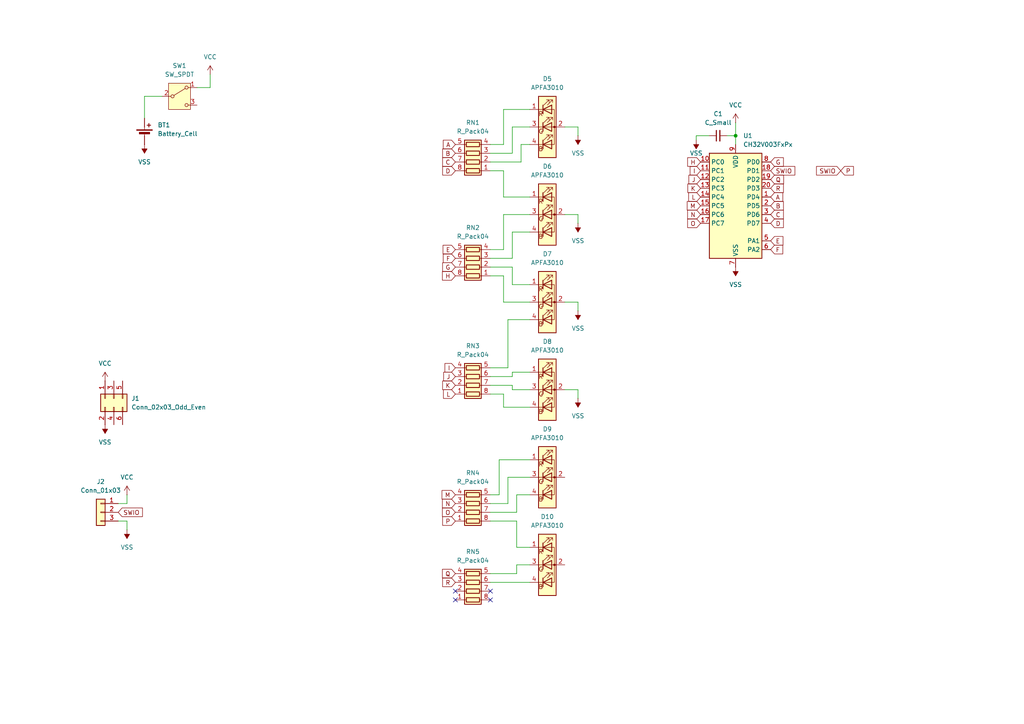
<source format=kicad_sch>
(kicad_sch (version 20231120) (generator "eeschema") (generator_version "8.0")
  (paper "A4")
  (lib_symbols
    (symbol "Connector_Generic:Conn_01x03" (pin_names (offset 1.016) hide)
      (property "Reference" "J" (at 0 5.08 0))
      (property "Value" "Conn_01x03" (at 0 -5.08 0))
      (symbol "Conn_01x03_1_1"
        (rectangle (start -1.27 -2.413) (end 0 -2.667) (stroke (width 0.1524)))
        (rectangle (start -1.27 0.127) (end 0 -0.127) (stroke (width 0.1524)))
        (rectangle (start -1.27 2.667) (end 0 2.413) (stroke (width 0.1524)))
        (rectangle (start -1.27 3.81) (end 1.27 -3.81) (stroke (width 0.254)) (fill (type background)))
        (pin passive line (at -5.08 2.54 0) (length 3.81) (name "Pin_1") (number "1"))
        (pin passive line (at -5.08 0 0) (length 3.81) (name "Pin_2") (number "2"))
        (pin passive line (at -5.08 -2.54 0) (length 3.81) (name "Pin_3") (number "3"))
      )
    )
    (symbol "Connector_Generic:Conn_02x03_Odd_Even" (pin_names (offset 1.016) hide)
      (property "Reference" "J" (at 1.27 5.08 0))
      (property "Value" "Conn_02x03_Odd_Even" (at 1.27 -5.08 0))
      (symbol "Conn_02x03_Odd_Even_1_1"
        (rectangle (start -1.27 -2.413) (end 0 -2.667) (stroke (width 0.1524)))
        (rectangle (start -1.27 0.127) (end 0 -0.127) (stroke (width 0.1524)))
        (rectangle (start -1.27 2.667) (end 0 2.413) (stroke (width 0.1524)))
        (rectangle (start -1.27 3.81) (end 3.81 -3.81) (stroke (width 0.254)) (fill (type background)))
        (rectangle (start 3.81 -2.413) (end 2.54 -2.667) (stroke (width 0.1524)))
        (rectangle (start 3.81 0.127) (end 2.54 -0.127) (stroke (width 0.1524)))
        (rectangle (start 3.81 2.667) (end 2.54 2.413) (stroke (width 0.1524)))
        (pin passive line (at -5.08 2.54 0) (length 3.81) (name "Pin_1") (number "1"))
        (pin passive line (at 7.62 2.54 180) (length 3.81) (name "Pin_2") (number "2"))
        (pin passive line (at -5.08 0 0) (length 3.81) (name "Pin_3") (number "3"))
        (pin passive line (at 7.62 0 180) (length 3.81) (name "Pin_4") (number "4"))
        (pin passive line (at -5.08 -2.54 0) (length 3.81) (name "Pin_5") (number "5"))
        (pin passive line (at 7.62 -2.54 180) (length 3.81) (name "Pin_6") (number "6"))
      )
    )
    (symbol "Device:Battery_Cell" (pin_numbers hide) (pin_names (offset 0) hide)
      (property "Reference" "BT" (at 2.54 2.54 0))
      (property "Value" "Battery_Cell" (at 2.54 0 0))
      (symbol "Battery_Cell_0_1"
        (rectangle (start -2.286 1.778) (end 2.286 1.524) (fill (type outline)))
        (rectangle (start -1.524 1.016) (end 1.524 0.508) (fill (type outline)))
        (polyline (pts (xy 0 0.762) (xy 0 0)))
        (polyline (pts (xy 0 1.778) (xy 0 2.54)))
        (polyline (pts (xy 0.762 3.048) (xy 1.778 3.048)) (stroke (width 0.254)))
        (polyline (pts (xy 1.27 3.556) (xy 1.27 2.54)) (stroke (width 0.254)))
      )
      (symbol "Battery_Cell_1_1"
        (pin passive line (at 0 5.08 270) (length 2.54) (name "+") (number "1"))
        (pin passive line (at 0 -2.54 90) (length 2.54) (name "-") (number "2"))
      )
    )
    (symbol "Device:C_Small" (pin_numbers hide) (pin_names (offset 0.254) hide)
      (property "Reference" "C" (at 0.254 1.778 0))
      (property "Value" "C_Small" (at 0.254 -2.032 0))
      (symbol "C_Small_0_1"
        (polyline (pts (xy -1.524 -0.508) (xy 1.524 -0.508)) (stroke (width 0.3302)))
        (polyline (pts (xy -1.524 0.508) (xy 1.524 0.508)) (stroke (width 0.3048)))
      )
      (symbol "C_Small_1_1"
        (pin passive line (at 0 2.54 270) (length 2.032) (name "~") (number "1"))
        (pin passive line (at 0 -2.54 90) (length 2.032) (name "~") (number "2"))
      )
    )
    (symbol "Device:R_Pack04" (pin_names (offset 0) hide)
      (property "Reference" "RN" (at -7.62 0 90))
      (property "Value" "R_Pack04" (at 5.08 0 90))
      (symbol "R_Pack04_0_1"
        (rectangle (start -6.35 -2.413) (end 3.81 2.413) (stroke (width 0.254)) (fill (type background)))
        (rectangle (start -5.715 1.905) (end -4.445 -1.905) (stroke (width 0.254)))
        (rectangle (start -3.175 1.905) (end -1.905 -1.905) (stroke (width 0.254)))
        (rectangle (start -0.635 1.905) (end 0.635 -1.905) (stroke (width 0.254)))
        (polyline (pts (xy -5.08 -2.54) (xy -5.08 -1.905)))
        (polyline (pts (xy -5.08 1.905) (xy -5.08 2.54)))
        (polyline (pts (xy -2.54 -2.54) (xy -2.54 -1.905)))
        (polyline (pts (xy -2.54 1.905) (xy -2.54 2.54)))
        (polyline (pts (xy 0 -2.54) (xy 0 -1.905)))
        (polyline (pts (xy 0 1.905) (xy 0 2.54)))
        (polyline (pts (xy 2.54 -2.54) (xy 2.54 -1.905)))
        (polyline (pts (xy 2.54 1.905) (xy 2.54 2.54)))
        (rectangle (start 1.905 1.905) (end 3.175 -1.905) (stroke (width 0.254)))
      )
      (symbol "R_Pack04_1_1"
        (pin passive line (at -5.08 -5.08 90) (length 2.54) (name "R1.1") (number "1"))
        (pin passive line (at -2.54 -5.08 90) (length 2.54) (name "R2.1") (number "2"))
        (pin passive line (at 0 -5.08 90) (length 2.54) (name "R3.1") (number "3"))
        (pin passive line (at 2.54 -5.08 90) (length 2.54) (name "R4.1") (number "4"))
        (pin passive line (at 2.54 5.08 270) (length 2.54) (name "R4.2") (number "5"))
        (pin passive line (at 0 5.08 270) (length 2.54) (name "R3.2") (number "6"))
        (pin passive line (at -2.54 5.08 270) (length 2.54) (name "R2.2") (number "7"))
        (pin passive line (at -5.08 5.08 270) (length 2.54) (name "R1.2") (number "8"))
      )
    )
    (symbol "LED:APFA3010" (pin_names (offset 0) hide)
      (property "Reference" "D" (at 0 10.16 0))
      (property "Value" "APFA3010" (at 0 -10.16 0))
      (symbol "APFA3010_0_0"
        (text "B" (at -1.905 -6.35 0) (effects (font (size 1.27 1.27))))
        (text "G" (at -1.905 -1.27 0) (effects (font (size 1.27 1.27))))
        (text "R" (at -1.905 3.81 0) (effects (font (size 1.27 1.27))))
      )
      (symbol "APFA3010_0_1"
        (rectangle (start -2.54 -8.89) (end 2.54 8.89) (stroke (width 0.254)) (fill (type background)))
        (polyline (pts (xy -2.54 -5.08) (xy 1.27 -5.08)))
        (polyline (pts (xy -1.27 -3.81) (xy -1.27 -6.35)) (stroke (width 0.254)))
        (polyline (pts (xy -1.27 1.27) (xy -1.27 -1.27)) (stroke (width 0.254)))
        (polyline (pts (xy -1.27 6.35) (xy -1.27 3.81)) (stroke (width 0.254)))
        (polyline (pts (xy 1.27 5.08) (xy -2.54 5.08)))
        (polyline (pts (xy 2.54 0) (xy -2.54 0)))
        (polyline (pts (xy 1.27 -5.08) (xy 2.032 -5.08) (xy 2.032 5.08) (xy 1.27 5.08)))
        (polyline (pts (xy 1.27 -3.81) (xy 1.27 -6.35) (xy -1.27 -5.08) (xy 1.27 -3.81)) (stroke (width 0.254)))
        (polyline (pts (xy 1.27 1.27) (xy 1.27 -1.27) (xy -1.27 0) (xy 1.27 1.27)) (stroke (width 0.254)))
        (polyline (pts (xy 1.27 6.35) (xy 1.27 3.81) (xy -1.27 5.08) (xy 1.27 6.35)) (stroke (width 0.254)))
        (polyline (pts (xy -1.016 -3.81) (xy 0.508 -2.286) (xy -0.254 -2.286) (xy 0.508 -2.286) (xy 0.508 -3.048)))
        (polyline (pts (xy -1.016 1.27) (xy 0.508 2.794) (xy -0.254 2.794) (xy 0.508 2.794) (xy 0.508 2.032)))
        (polyline (pts (xy -1.016 6.35) (xy 0.508 7.874) (xy -0.254 7.874) (xy 0.508 7.874) (xy 0.508 7.112)))
        (polyline (pts (xy 0 -3.81) (xy 1.524 -2.286) (xy 0.762 -2.286) (xy 1.524 -2.286) (xy 1.524 -3.048)))
        (polyline (pts (xy 0 1.27) (xy 1.524 2.794) (xy 0.762 2.794) (xy 1.524 2.794) (xy 1.524 2.032)))
        (polyline (pts (xy 0 6.35) (xy 1.524 7.874) (xy 0.762 7.874) (xy 1.524 7.874) (xy 1.524 7.112)))
        (rectangle (start 1.27 6.35) (end 1.27 6.35))
        (circle (center 2.032 0) (radius 0.254) (fill (type outline)))
      )
      (symbol "APFA3010_1_1"
        (pin input line (at -5.08 5.08 0) (length 2.54) (name "R") (number "1"))
        (pin power_in line (at 5.08 0 180) (length 2.54) (name "A") (number "2"))
        (pin input line (at -5.08 0 0) (length 2.54) (name "G") (number "3"))
        (pin input line (at -5.08 -5.08 0) (length 2.54) (name "B") (number "4"))
      )
    )
    (symbol "MCU_WCH_CH32V0:CH32V003FxPx"
      (property "Reference" "U" (at -7.62 17.78 0))
      (property "Value" "CH32V003FxPx" (at 7.62 17.78 0))
      (symbol "CH32V003FxPx_1_1"
        (rectangle (start -7.62 15.24) (end 7.62 -15.24) (stroke (width 0.254)) (fill (type background)))
        (pin bidirectional line (at 10.16 2.54 180) (length 2.54) (name "PD4") (number "1"))
        (pin bidirectional line (at -10.16 12.7 0) (length 2.54) (name "PC0") (number "10"))
        (pin bidirectional line (at -10.16 10.16 0) (length 2.54) (name "PC1") (number "11"))
        (pin bidirectional line (at -10.16 7.62 0) (length 2.54) (name "PC2") (number "12"))
        (pin bidirectional line (at -10.16 5.08 0) (length 2.54) (name "PC3") (number "13"))
        (pin bidirectional line (at -10.16 2.54 0) (length 2.54) (name "PC4") (number "14"))
        (pin bidirectional line (at -10.16 0 0) (length 2.54) (name "PC5") (number "15"))
        (pin bidirectional line (at -10.16 -2.54 0) (length 2.54) (name "PC6") (number "16"))
        (pin bidirectional line (at -10.16 -5.08 0) (length 2.54) (name "PC7") (number "17"))
        (pin bidirectional line (at 10.16 10.16 180) (length 2.54) (name "PD1") (number "18"))
        (pin bidirectional line (at 10.16 7.62 180) (length 2.54) (name "PD2") (number "19"))
        (pin bidirectional line (at 10.16 0 180) (length 2.54) (name "PD5") (number "2"))
        (pin bidirectional line (at 10.16 5.08 180) (length 2.54) (name "PD3") (number "20"))
        (pin bidirectional line (at 10.16 -2.54 180) (length 2.54) (name "PD6") (number "3"))
        (pin bidirectional line (at 10.16 -5.08 180) (length 2.54) (name "PD7") (number "4"))
        (pin bidirectional line (at 10.16 -10.16 180) (length 2.54) (name "PA1") (number "5"))
        (pin bidirectional line (at 10.16 -12.7 180) (length 2.54) (name "PA2") (number "6"))
        (pin power_in line (at 0 -17.78 90) (length 2.54) (name "VSS") (number "7"))
        (pin bidirectional line (at 10.16 12.7 180) (length 2.54) (name "PD0") (number "8"))
        (pin power_in line (at 0 17.78 270) (length 2.54) (name "VDD") (number "9"))
      )
    )
    (symbol "Switch:SW_SPDT" (pin_names (offset 0) hide)
      (property "Reference" "SW" (at 0 5.08 0))
      (property "Value" "SW_SPDT" (at 0 -5.08 0))
      (symbol "SW_SPDT_0_1"
        (circle (center -2.032 0) (radius 0.4572))
        (polyline (pts (xy -1.651 0.254) (xy 1.651 2.286)))
        (circle (center 2.032 -2.54) (radius 0.4572))
        (circle (center 2.032 2.54) (radius 0.4572))
      )
      (symbol "SW_SPDT_1_1"
        (rectangle (start -3.175 3.81) (end 3.175 -3.81) (fill (type background)))
        (pin passive line (at 5.08 2.54 180) (length 2.54) (name "A") (number "1"))
        (pin passive line (at -5.08 0 0) (length 2.54) (name "B") (number "2"))
        (pin passive line (at 5.08 -2.54 180) (length 2.54) (name "C") (number "3"))
      )
    )
    (symbol "power:VCC" (power) (pin_numbers hide) (pin_names (offset 0) hide)
      (property "Value" "VCC" (at 0 3.556 0))
      (symbol "VCC_0_1"
        (polyline (pts (xy -0.762 1.27) (xy 0 2.54)))
        (polyline (pts (xy 0 0) (xy 0 2.54)))
        (polyline (pts (xy 0 2.54) (xy 0.762 1.27)))
      )
      (symbol "VCC_1_1"
        (pin power_in line (at 0 0 90) (length 0) (name "~") (number "1"))
      )
    )
    (symbol "power:VSS" (power) (pin_numbers hide) (pin_names (offset 0) hide)
      (property "Value" "VSS" (at 0 3.556 0))
      (symbol "VSS_0_1"
        (polyline (pts (xy 0 0) (xy 0 2.54)))
        (polyline (pts (xy 0.762 1.27) (xy -0.762 1.27) (xy 0 2.54) (xy 0.762 1.27)) (fill (type outline)))
      )
      (symbol "VSS_1_1"
        (pin power_in line (at 0 0 90) (length 0) (name "~") (number "1"))
      )
    )
  )
  (junction (at 213.36 39.37))
  (no_connect (at 132.08 173.99))
  (no_connect (at 142.24 173.99))
  (no_connect (at 132.08 171.45))
  (no_connect (at 142.24 171.45))
  (wire (pts (xy 60.96 25.4) (xy 57.15 25.4)))
  (wire (pts (xy 142.24 109.22) (xy 148.59 109.22)))
  (wire (pts (xy 148.59 44.45) (xy 148.59 36.83)))
  (wire (pts (xy 148.59 111.76) (xy 148.59 113.03)))
  (wire (pts (xy 142.24 77.47) (xy 148.59 77.47)))
  (wire (pts (xy 142.24 146.05) (xy 147.32 146.05)))
  (wire (pts (xy 148.59 67.31) (xy 153.67 67.31)))
  (wire (pts (xy 167.64 115.57) (xy 167.64 113.03)))
  (wire (pts (xy 142.24 44.45) (xy 148.59 44.45)))
  (wire (pts (xy 210.82 39.37) (xy 213.36 39.37)))
  (wire (pts (xy 146.05 118.11) (xy 153.67 118.11)))
  (wire (pts (xy 167.64 113.03) (xy 163.83 113.03)))
  (wire (pts (xy 149.86 148.59) (xy 149.86 143.51)))
  (wire (pts (xy 148.59 74.93) (xy 148.59 67.31)))
  (wire (pts (xy 147.32 146.05) (xy 147.32 138.43)))
  (wire (pts (xy 146.05 31.75) (xy 153.67 31.75)))
  (wire (pts (xy 144.78 143.51) (xy 144.78 133.35)))
  (wire (pts (xy 149.86 151.13) (xy 149.86 158.75)))
  (wire (pts (xy 147.32 106.68) (xy 147.32 92.71)))
  (wire (pts (xy 142.24 106.68) (xy 147.32 106.68)))
  (wire (pts (xy 201.93 40.64) (xy 201.93 39.37)))
  (wire (pts (xy 148.59 109.22) (xy 148.59 107.95)))
  (wire (pts (xy 142.24 151.13) (xy 149.86 151.13)))
  (wire (pts (xy 151.13 46.99) (xy 151.13 41.91)))
  (wire (pts (xy 142.24 143.51) (xy 144.78 143.51)))
  (wire (pts (xy 149.86 166.37) (xy 149.86 163.83)))
  (wire (pts (xy 149.86 158.75) (xy 153.67 158.75)))
  (wire (pts (xy 142.24 46.99) (xy 151.13 46.99)))
  (wire (pts (xy 146.05 41.91) (xy 146.05 31.75)))
  (wire (pts (xy 146.05 62.23) (xy 153.67 62.23)))
  (wire (pts (xy 144.78 133.35) (xy 153.67 133.35)))
  (wire (pts (xy 142.24 49.53) (xy 146.05 49.53)))
  (wire (pts (xy 213.36 35.56) (xy 213.36 39.37)))
  (wire (pts (xy 146.05 57.15) (xy 153.67 57.15)))
  (wire (pts (xy 148.59 36.83) (xy 153.67 36.83)))
  (wire (pts (xy 36.83 143.51) (xy 36.83 146.05)))
  (wire (pts (xy 36.83 151.13) (xy 34.29 151.13)))
  (wire (pts (xy 167.64 87.63) (xy 163.83 87.63)))
  (wire (pts (xy 148.59 77.47) (xy 148.59 82.55)))
  (wire (pts (xy 201.93 39.37) (xy 205.74 39.37)))
  (wire (pts (xy 146.05 87.63) (xy 153.67 87.63)))
  (wire (pts (xy 167.64 36.83) (xy 163.83 36.83)))
  (wire (pts (xy 142.24 148.59) (xy 149.86 148.59)))
  (wire (pts (xy 142.24 74.93) (xy 148.59 74.93)))
  (wire (pts (xy 142.24 41.91) (xy 146.05 41.91)))
  (wire (pts (xy 142.24 166.37) (xy 149.86 166.37)))
  (wire (pts (xy 146.05 80.01) (xy 146.05 87.63)))
  (wire (pts (xy 146.05 114.3) (xy 146.05 118.11)))
  (wire (pts (xy 60.96 21.59) (xy 60.96 25.4)))
  (wire (pts (xy 149.86 143.51) (xy 153.67 143.51)))
  (wire (pts (xy 147.32 138.43) (xy 153.67 138.43)))
  (wire (pts (xy 167.64 90.17) (xy 167.64 87.63)))
  (wire (pts (xy 167.64 62.23) (xy 163.83 62.23)))
  (wire (pts (xy 142.24 114.3) (xy 146.05 114.3)))
  (wire (pts (xy 167.64 39.37) (xy 167.64 36.83)))
  (wire (pts (xy 148.59 113.03) (xy 153.67 113.03)))
  (wire (pts (xy 142.24 111.76) (xy 148.59 111.76)))
  (wire (pts (xy 147.32 92.71) (xy 153.67 92.71)))
  (wire (pts (xy 146.05 49.53) (xy 146.05 57.15)))
  (wire (pts (xy 36.83 153.67) (xy 36.83 151.13)))
  (wire (pts (xy 146.05 72.39) (xy 146.05 62.23)))
  (wire (pts (xy 142.24 80.01) (xy 146.05 80.01)))
  (wire (pts (xy 41.91 34.29) (xy 41.91 27.94)))
  (wire (pts (xy 167.64 64.77) (xy 167.64 62.23)))
  (wire (pts (xy 148.59 82.55) (xy 153.67 82.55)))
  (wire (pts (xy 213.36 39.37) (xy 213.36 41.91)))
  (wire (pts (xy 142.24 168.91) (xy 153.67 168.91)))
  (wire (pts (xy 149.86 163.83) (xy 153.67 163.83)))
  (wire (pts (xy 41.91 27.94) (xy 46.99 27.94)))
  (wire (pts (xy 148.59 107.95) (xy 153.67 107.95)))
  (wire (pts (xy 142.24 72.39) (xy 146.05 72.39)))
  (wire (pts (xy 151.13 41.91) (xy 153.67 41.91)))
  (wire (pts (xy 34.29 146.05) (xy 36.83 146.05)))
  (global_label "E" (shape input) (at 223.52 69.85 0) (property "Intersheetrefs" "${INTERSHEET_REFS}" (effects (hide yes))))
  (global_label "F" (shape input) (at 223.52 72.39 0) (property "Intersheetrefs" "${INTERSHEET_REFS}" (effects (hide yes))))
  (global_label "R" (shape input) (at 132.08 168.91 180) (property "Intersheetrefs" "${INTERSHEET_REFS}" (effects (hide yes))))
  (global_label "Q" (shape input) (at 132.08 166.37 180) (property "Intersheetrefs" "${INTERSHEET_REFS}" (effects (hide yes))))
  (global_label "L" (shape input) (at 203.2 57.15 180) (property "Intersheetrefs" "${INTERSHEET_REFS}" (effects (hide yes))))
  (global_label "M" (shape input) (at 203.2 59.69 180) (property "Intersheetrefs" "${INTERSHEET_REFS}" (effects (hide yes))))
  (global_label "B" (shape input) (at 132.08 44.45 180) (property "Intersheetrefs" "${INTERSHEET_REFS}" (effects (hide yes))))
  (global_label "F" (shape input) (at 132.08 74.93 180) (property "Intersheetrefs" "${INTERSHEET_REFS}" (effects (hide yes))))
  (global_label "L" (shape input) (at 132.08 114.3 180) (property "Intersheetrefs" "${INTERSHEET_REFS}" (effects (hide yes))))
  (global_label "M" (shape input) (at 132.08 143.51 180) (property "Intersheetrefs" "${INTERSHEET_REFS}" (effects (hide yes))))
  (global_label "D" (shape input) (at 223.52 64.77 0) (property "Intersheetrefs" "${INTERSHEET_REFS}" (effects (hide yes))))
  (global_label "E" (shape input) (at 132.08 72.39 180) (property "Intersheetrefs" "${INTERSHEET_REFS}" (effects (hide yes))))
  (global_label "I" (shape input) (at 132.08 106.68 180) (property "Intersheetrefs" "${INTERSHEET_REFS}" (effects (hide yes))))
  (global_label "J" (shape input) (at 132.08 109.22 180) (property "Intersheetrefs" "${INTERSHEET_REFS}" (effects (hide yes))))
  (global_label "C" (shape input) (at 223.52 62.23 0) (property "Intersheetrefs" "${INTERSHEET_REFS}" (effects (hide yes))))
  (global_label "G" (shape input) (at 223.52 46.99 0) (property "Intersheetrefs" "${INTERSHEET_REFS}" (effects (hide yes))))
  (global_label "I" (shape input) (at 203.2 49.53 180) (property "Intersheetrefs" "${INTERSHEET_REFS}" (effects (hide yes))))
  (global_label "R" (shape input) (at 223.52 54.61 0) (property "Intersheetrefs" "${INTERSHEET_REFS}" (effects (hide yes))))
  (global_label "K" (shape input) (at 203.2 54.61 180) (property "Intersheetrefs" "${INTERSHEET_REFS}" (effects (hide yes))))
  (global_label "C" (shape input) (at 132.08 46.99 180) (property "Intersheetrefs" "${INTERSHEET_REFS}" (effects (hide yes))))
  (global_label "O" (shape input) (at 203.2 64.77 180) (property "Intersheetrefs" "${INTERSHEET_REFS}" (effects (hide yes))))
  (global_label "B" (shape input) (at 223.52 59.69 0) (property "Intersheetrefs" "${INTERSHEET_REFS}" (effects (hide yes))))
  (global_label "A" (shape input) (at 132.08 41.91 180) (property "Intersheetrefs" "${INTERSHEET_REFS}" (effects (hide yes))))
  (global_label "G" (shape input) (at 132.08 77.47 180) (property "Intersheetrefs" "${INTERSHEET_REFS}" (effects (hide yes))))
  (global_label "N" (shape input) (at 203.2 62.23 180) (property "Intersheetrefs" "${INTERSHEET_REFS}" (effects (hide yes))))
  (global_label "H" (shape input) (at 132.08 80.01 180) (property "Intersheetrefs" "${INTERSHEET_REFS}" (effects (hide yes))))
  (global_label "P" (shape input) (at 132.08 151.13 180) (property "Intersheetrefs" "${INTERSHEET_REFS}" (effects (hide yes))))
  (global_label "SWIO" (shape input) (at 243.84 49.53 180) (property "Intersheetrefs" "${INTERSHEET_REFS}" (effects (hide yes))))
  (global_label "O" (shape input) (at 132.08 148.59 180) (property "Intersheetrefs" "${INTERSHEET_REFS}" (effects (hide yes))))
  (global_label "SWIO" (shape input) (at 223.52 49.53 0) (property "Intersheetrefs" "${INTERSHEET_REFS}" (effects (hide yes))))
  (global_label "H" (shape input) (at 203.2 46.99 180) (property "Intersheetrefs" "${INTERSHEET_REFS}" (effects (hide yes))))
  (global_label "D" (shape input) (at 132.08 49.53 180) (property "Intersheetrefs" "${INTERSHEET_REFS}" (effects (hide yes))))
  (global_label "P" (shape input) (at 243.84 49.53 0) (property "Intersheetrefs" "${INTERSHEET_REFS}" (effects (hide yes))))
  (global_label "J" (shape input) (at 203.2 52.07 180) (property "Intersheetrefs" "${INTERSHEET_REFS}" (effects (hide yes))))
  (global_label "N" (shape input) (at 132.08 146.05 180) (property "Intersheetrefs" "${INTERSHEET_REFS}" (effects (hide yes))))
  (global_label "Q" (shape input) (at 223.52 52.07 0) (property "Intersheetrefs" "${INTERSHEET_REFS}" (effects (hide yes))))
  (global_label "A" (shape input) (at 223.52 57.15 0) (property "Intersheetrefs" "${INTERSHEET_REFS}" (effects (hide yes))))
  (global_label "SWIO" (shape input) (at 34.29 148.59 0) (property "Intersheetrefs" "${INTERSHEET_REFS}" (effects (hide yes))))
  (global_label "K" (shape input) (at 132.08 111.76 180) (property "Intersheetrefs" "${INTERSHEET_REFS}" (effects (hide yes))))
  (symbol (lib_id "power:VCC") (at 36.83 143.51 0) (unit 1)
    (property "Reference" "#PWR03" (effects (hide yes)))
    (property "Value" "VCC" (at 36.83 138.43 0))
    (property "Description" "Power symbol creates a global label with name \"VCC\"" (effects (hide yes)))
  )
  (symbol (lib_id "power:VSS") (at 36.83 153.67 180) (unit 1)
    (property "Reference" "#PWR011" (effects (hide yes)))
    (property "Value" "VSS" (at 36.83 158.75 0))
    (property "Description" "Power symbol creates a global label with name \"VSS\"" (effects (hide yes)))
  )
  (symbol (lib_id "Device:Battery_Cell") (at 41.91 39.37 0) (unit 1)
    (property "Reference" "BT1" (at 45.72 36.2584 0) (effects (justify left)))
    (property "Value" "Battery_Cell" (at 45.72 38.7984 0) (effects (justify left)))
    (property "Footprint" "Battery:BatteryHolder_Keystone_3008_1x2450" (effects (hide yes)))
    (property "Description" "Single-cell battery" (effects (hide yes)))
  )
  (symbol (lib_id "power:VSS") (at 30.48 123.19 180) (unit 1)
    (property "Reference" "#PWR02" (effects (hide yes)))
    (property "Value" "VSS" (at 30.48 128.27 0))
    (property "Description" "Power symbol creates a global label with name \"VSS\"" (effects (hide yes)))
  )
  (symbol (lib_id "power:VSS") (at 167.64 90.17 180) (unit 1)
    (property "Reference" "#PWR09" (effects (hide yes)))
    (property "Value" "VSS" (at 167.64 95.25 0))
    (property "Description" "Power symbol creates a global label with name \"VSS\"" (effects (hide yes)))
  )
  (symbol (lib_id "LED:APFA3010") (at 158.75 36.83 0) (unit 1)
    (property "Reference" "D5" (at 158.75 22.86 0))
    (property "Value" "APFA3010" (at 158.75 25.4 0))
    (property "Footprint" "Cob:FM-3510RGBA" (effects (hide yes)))
    (property "Datasheet" "http://www.kingbrightusa.com/images/catalog/SPEC/APFA3010LSEEZGKQBKC.pdf" (effects (hide yes)))
    (property "Description" "LED RGB, Common Anode, SMD, 3.0x1.5mm, Horizontal" (effects (hide yes)))
  )
  (symbol (lib_id "power:VSS") (at 167.64 39.37 180) (unit 1)
    (property "Reference" "#PWR07" (effects (hide yes)))
    (property "Value" "VSS" (at 167.64 44.45 0))
    (property "Description" "Power symbol creates a global label with name \"VSS\"" (effects (hide yes)))
  )
  (symbol (lib_id "Device:R_Pack04") (at 137.16 168.91 270) (mirror x) (unit 1)
    (property "Reference" "RN5" (at 137.16 160.02 90))
    (property "Value" "R_Pack04" (at 137.16 162.56 90))
    (property "Footprint" "Resistor_SMD:R_Array_Convex_4x0603" (effects (hide yes)))
    (property "Description" "4 resistor network, parallel topology" (effects (hide yes)))
  )
  (symbol (lib_id "power:VSS") (at 213.36 77.47 180) (unit 1)
    (property "Reference" "#PWR06" (effects (hide yes)))
    (property "Value" "VSS" (at 213.36 82.55 0))
    (property "Description" "Power symbol creates a global label with name \"VSS\"" (effects (hide yes)))
  )
  (symbol (lib_id "power:VCC") (at 213.36 35.56 0) (unit 1)
    (property "Reference" "#PWR05" (effects (hide yes)))
    (property "Value" "VCC" (at 213.36 30.48 0))
    (property "Description" "Power symbol creates a global label with name \"VCC\"" (effects (hide yes)))
  )
  (symbol (lib_id "power:VSS") (at 167.64 64.77 180) (unit 1)
    (property "Reference" "#PWR08" (effects (hide yes)))
    (property "Value" "VSS" (at 167.64 69.85 0))
    (property "Description" "Power symbol creates a global label with name \"VSS\"" (effects (hide yes)))
  )
  (symbol (lib_id "power:VSS") (at 41.91 41.91 180) (unit 1)
    (property "Reference" "#PWR012" (effects (hide yes)))
    (property "Value" "VSS" (at 41.91 46.99 0))
    (property "Description" "Power symbol creates a global label with name \"VSS\"" (effects (hide yes)))
  )
  (symbol (lib_id "LED:APFA3010") (at 158.75 138.43 0) (unit 1)
    (property "Reference" "D9" (at 158.75 124.46 0))
    (property "Value" "APFA3010" (at 158.75 127 0))
    (property "Footprint" "Cob:FM-3510RGBA" (effects (hide yes)))
    (property "Datasheet" "http://www.kingbrightusa.com/images/catalog/SPEC/APFA3010LSEEZGKQBKC.pdf" (effects (hide yes)))
    (property "Description" "LED RGB, Common Anode, SMD, 3.0x1.5mm, Horizontal" (effects (hide yes)))
  )
  (symbol (lib_id "Device:R_Pack04") (at 137.16 109.22 270) (mirror x) (unit 1)
    (property "Reference" "RN3" (at 137.16 100.33 90))
    (property "Value" "R_Pack04" (at 137.16 102.87 90))
    (property "Footprint" "Resistor_SMD:R_Array_Convex_4x0603" (effects (hide yes)))
    (property "Description" "4 resistor network, parallel topology" (effects (hide yes)))
  )
  (symbol (lib_id "power:VSS") (at 167.64 115.57 180) (unit 1)
    (property "Reference" "#PWR010" (effects (hide yes)))
    (property "Value" "VSS" (at 167.64 120.65 0))
    (property "Description" "Power symbol creates a global label with name \"VSS\"" (effects (hide yes)))
  )
  (symbol (lib_id "power:VCC") (at 30.48 110.49 0) (unit 1)
    (property "Reference" "#PWR01" (effects (hide yes)))
    (property "Value" "VCC" (at 30.48 105.41 0))
    (property "Description" "Power symbol creates a global label with name \"VCC\"" (effects (hide yes)))
  )
  (symbol (lib_id "Device:R_Pack04") (at 137.16 44.45 90) (unit 1)
    (property "Reference" "RN1" (at 137.16 35.56 90))
    (property "Value" "R_Pack04" (at 137.16 38.1 90))
    (property "Footprint" "Resistor_SMD:R_Array_Convex_4x0603" (effects (hide yes)))
    (property "Description" "4 resistor network, parallel topology" (effects (hide yes)))
  )
  (symbol (lib_id "LED:APFA3010") (at 158.75 113.03 0) (unit 1)
    (property "Reference" "D8" (at 158.75 99.06 0))
    (property "Value" "APFA3010" (at 158.75 101.6 0))
    (property "Footprint" "Cob:FM-3510RGBA" (effects (hide yes)))
    (property "Datasheet" "http://www.kingbrightusa.com/images/catalog/SPEC/APFA3010LSEEZGKQBKC.pdf" (effects (hide yes)))
    (property "Description" "LED RGB, Common Anode, SMD, 3.0x1.5mm, Horizontal" (effects (hide yes)))
  )
  (symbol (lib_id "Connector_Generic:Conn_01x03") (at 29.21 148.59 0) (mirror y) (unit 1)
    (property "Reference" "J2" (at 29.21 139.7 0))
    (property "Value" "Conn_01x03" (at 29.21 142.24 0))
    (property "Footprint" "Connector_PinHeader_2.54mm:PinHeader_1x03_P2.54mm_Vertical" (effects (hide yes)))
    (property "Description" "Generic connector, single row, 01x03, script generated (kicad-library-utils/schlib/autogen/connector/)" (effects (hide yes)))
  )
  (symbol (lib_id "LED:APFA3010") (at 158.75 87.63 0) (unit 1)
    (property "Reference" "D7" (at 158.75 73.66 0))
    (property "Value" "APFA3010" (at 158.75 76.2 0))
    (property "Footprint" "Cob:FM-3510RGBA" (effects (hide yes)))
    (property "Datasheet" "http://www.kingbrightusa.com/images/catalog/SPEC/APFA3010LSEEZGKQBKC.pdf" (effects (hide yes)))
    (property "Description" "LED RGB, Common Anode, SMD, 3.0x1.5mm, Horizontal" (effects (hide yes)))
  )
  (symbol (lib_id "power:VSS") (at 201.93 40.64 180) (unit 1)
    (property "Reference" "#PWR04" (effects (hide yes)))
    (property "Value" "VSS" (at 201.93 44.45 0))
    (property "Description" "Power symbol creates a global label with name \"VSS\"" (effects (hide yes)))
  )
  (symbol (lib_id "MCU_WCH_CH32V0:CH32V003FxPx") (at 213.36 59.69 0) (unit 1)
    (property "Reference" "U1" (at 215.5541 39.37 0) (effects (justify left)))
    (property "Value" "CH32V003FxPx" (at 215.5541 41.91 0) (effects (justify left)))
    (property "Footprint" "Package_SO:TSSOP-20_4.4x6.5mm_P0.65mm" (effects (hide yes)))
    (property "Datasheet" "https://www.wch-ic.com/products/CH32V003.html" (effects (hide yes)))
    (property "Description" "CH32V003 series are industrial-grade general-purpose microcontrollers designed based on 32-bit RISC-V instruction set and architecture. It adopts QingKe V2A core, RV32EC instruction set, and supports 2 levels of interrupt nesting. The series are mounted with rich peripheral interfaces and function modules. Its internal organizational structure meets the low-cost and low-power embedded application scenarios." (effects (hide yes)))
  )
  (symbol (lib_id "Connector_Generic:Conn_02x03_Odd_Even") (at 33.02 115.57 90) (mirror x) (unit 1)
    (property "Reference" "J1" (at 38.1 115.5699 90) (effects (justify right)))
    (property "Value" "Conn_02x03_Odd_Even" (at 38.1 118.1099 90) (effects (justify right)))
    (property "Footprint" "Connector_PinHeader_2.54mm:PinHeader_2x03_P2.54mm_Vertical" (effects (hide yes)))
    (property "Description" "Generic connector, double row, 02x03, odd/even pin numbering scheme (row 1 odd numbers, row 2 even numbers), script generated (kicad-library-utils/schlib/autogen/connector/)" (effects (hide yes)))
  )
  (symbol (lib_id "LED:APFA3010") (at 158.75 62.23 0) (unit 1)
    (property "Reference" "D6" (at 158.75 48.26 0))
    (property "Value" "APFA3010" (at 158.75 50.8 0))
    (property "Footprint" "Cob:FM-3510RGBA" (effects (hide yes)))
    (property "Datasheet" "http://www.kingbrightusa.com/images/catalog/SPEC/APFA3010LSEEZGKQBKC.pdf" (effects (hide yes)))
    (property "Description" "LED RGB, Common Anode, SMD, 3.0x1.5mm, Horizontal" (effects (hide yes)))
  )
  (symbol (lib_id "Device:R_Pack04") (at 137.16 146.05 270) (mirror x) (unit 1)
    (property "Reference" "RN4" (at 137.16 137.16 90))
    (property "Value" "R_Pack04" (at 137.16 139.7 90))
    (property "Footprint" "Resistor_SMD:R_Array_Convex_4x0603" (effects (hide yes)))
    (property "Description" "4 resistor network, parallel topology" (effects (hide yes)))
  )
  (symbol (lib_id "power:VCC") (at 60.96 21.59 0) (unit 1)
    (property "Reference" "#PWR013" (effects (hide yes)))
    (property "Value" "VCC" (at 60.96 16.51 0))
    (property "Description" "Power symbol creates a global label with name \"VCC\"" (effects (hide yes)))
  )
  (symbol (lib_id "Switch:SW_SPDT") (at 52.07 27.94 0) (unit 1)
    (property "Reference" "SW1" (at 52.07 19.05 0))
    (property "Value" "SW_SPDT" (at 52.07 21.59 0))
    (property "Footprint" "Button_Switch_SMD:SW_SPDT_PCM12" (effects (hide yes)))
    (property "Description" "Switch, single pole double throw" (effects (hide yes)))
  )
  (symbol (lib_id "Device:C_Small") (at 208.28 39.37 90) (unit 1)
    (property "Reference" "C1" (at 208.2863 33.02 90))
    (property "Value" "C_Small" (at 208.2863 35.56 90))
    (property "Footprint" "Capacitor_SMD:C_0805_2012Metric" (effects (hide yes)))
    (property "Description" "Unpolarized capacitor, small symbol" (effects (hide yes)))
  )
  (symbol (lib_id "LED:APFA3010") (at 158.75 163.83 0) (unit 1)
    (property "Reference" "D10" (at 158.75 149.86 0))
    (property "Value" "APFA3010" (at 158.75 152.4 0))
    (property "Footprint" "Cob:FM-3510RGBA" (effects (hide yes)))
    (property "Datasheet" "http://www.kingbrightusa.com/images/catalog/SPEC/APFA3010LSEEZGKQBKC.pdf" (effects (hide yes)))
    (property "Description" "LED RGB, Common Anode, SMD, 3.0x1.5mm, Horizontal" (effects (hide yes)))
  )
  (symbol (lib_id "Device:R_Pack04") (at 137.16 74.93 90) (unit 1)
    (property "Reference" "RN2" (at 137.16 66.04 90))
    (property "Value" "R_Pack04" (at 137.16 68.58 90))
    (property "Footprint" "Resistor_SMD:R_Array_Convex_4x0603" (effects (hide yes)))
    (property "Description" "4 resistor network, parallel topology" (effects (hide yes)))
  )
)
</source>
